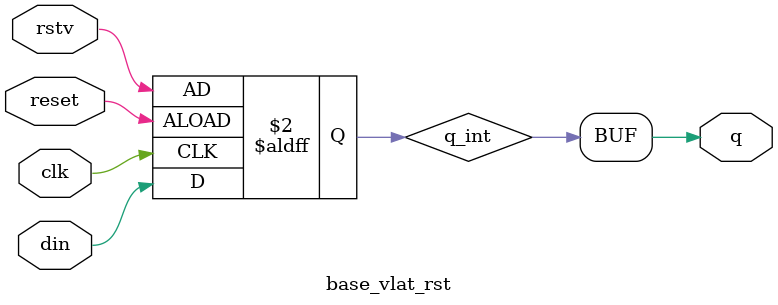
<source format=sv>
/*
 * Copyright 2017 IBM Corporation
 * Licensed to the Apache Software Foundation (ASF) under one
 * or more contributor license agreements.  See the NOTICE file
 * distributed with this work for additional information
 * regarding copyright ownership.  The ASF licenses this file
 * to you under the Apache License, Version 2.0 (the
 * "License"); you may not use this file except in compliance
 * with the License.  You may obtain a copy of the License at
 *
 *     http://www.apache.org/licenses/LICENSE-2.0
 *
 * Unless required by applicable law or agreed to in writing, software
 * distributed under the License is distributed on an "AS IS" BASIS,
 * WITHOUT WARRANTIES OR CONDITIONS OF ANY KIND, either express or implied.
 * See the License for the specific language governing permissions and
 * limitations under the License.
 *
 * Author: Andrew K Martin akmartin@us.ibm.com
 */
 
module base_vlat_rst #
  (   parameter width=1
   )
   (
    input 	       clk,
    input 	       reset,
    input [width-1:0]  din,
    input [width-1:0]  rstv,
    output [width-1:0] q
    );
   

   reg [width-1:0]    q_int;

   always@(posedge clk or posedge reset)
     if (reset) q_int <= rstv;
     else q_int <= din;
   assign q = q_int;
   
endmodule // base_vlat


   
  

</source>
